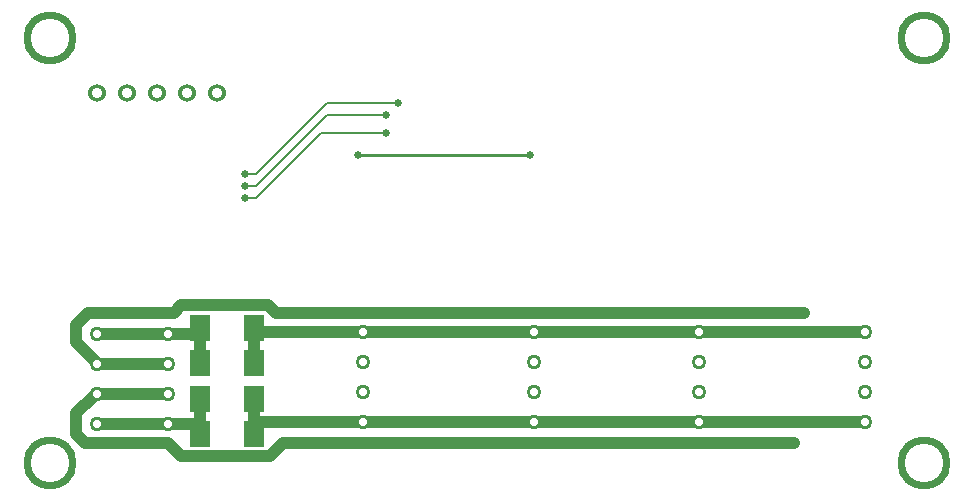
<source format=gbl>
G04 -- Generated By PCBWeb Designer*
%FSLAX24Y24*%
%MOIN*%
%OFA0B0*%
%SFA1.0B1.0*%
%AMROTRECT*21,1,$1,$2,0,0,$3*%
%AMROTOBLONG*1,1,$7,$1,$2*1,1,$7,$3,$4*21,1,$5,$6,0,0,$8*%
%ADD10C,0.025*%
%ADD11R,0.022X0.085*%
%ADD12R,0.032X0.095*%
%ADD13C,0.006*%
%ADD14C,0.0075*%
%ADD15C,0.0235*%
%ADD16C,0.008*%
%ADD17C,0.024*%
%ADD18C,0.05*%
%ADD19C,0.028*%
%ADD20C,0.06*%
%ADD21C,0.035*%
%ADD22C,0.07*%
%ADD23R,0.0433X0.055*%
%ADD24R,0.0533X0.065*%
%ADD25R,0.055X0.0433*%
%ADD26R,0.065X0.0533*%
%ADD27C,0.1772*%
%ADD28C,0.128*%
%ADD29C,0.1872*%
%ADD30C,0.0059*%
%ADD31R,0.0276X0.0236*%
%ADD32R,0.0376X0.0336*%
%ADD33C,0.01*%
%ADD34C,0.0039*%
%ADD35C,0.0199*%
%ADD36R,0.07X0.085*%
%ADD37R,0.08X0.095*%
%ADD38R,0.0276X0.0787*%
%ADD39R,0.0376X0.0887*%
%ADD40R,0.0236X0.0276*%
%ADD41R,0.0336X0.0376*%
%ADD42C,0.0*%
%ADD43C,0.0394*%
%ADD44C,0.0258*%
%ADD45C,0.0098*%
G01*
%LNSTD*%
%LPD*%
G54D18*
X3150Y5906D03*
X3150Y4906D03*
X3150Y3906D03*
X3150Y2906D03*
X12008Y2953D03*
X12008Y3953D03*
X12008Y4953D03*
X12008Y5953D03*
X17717Y2953D03*
X17717Y3953D03*
X17717Y4953D03*
X17717Y5953D03*
X23228Y2953D03*
X23228Y3953D03*
X23228Y4953D03*
X23228Y5953D03*
X28740Y2953D03*
X28740Y3953D03*
X28740Y4953D03*
X28740Y5953D03*
G54D20*
X7154Y13925D03*
X6154Y13925D03*
X5154Y13925D03*
X4154Y13925D03*
X3154Y13925D03*
G54D18*
X5512Y5906D03*
X5512Y4906D03*
X5512Y3906D03*
X5512Y2906D03*
G54D27*
X1575Y1575D03*
X1575Y15748D03*
G54D36*
X6580Y2559D03*
X8380Y2559D03*
X8380Y3740D03*
X6580Y3740D03*
X6580Y6102D03*
X8380Y6102D03*
X8380Y4921D03*
X6580Y4921D03*
G54D27*
X30709Y1575D03*
X30709Y15748D03*
G54D43*
X3150Y2906D02*
X5512Y2906D01*
X6580Y2906D01*
X6580Y2559D01*
X6580Y3740D02*
X6580Y2559D01*
X26378Y2264D02*
X9350Y2264D01*
G54D44*
X26378Y2264D03*
G54D43*
X9350Y2264D02*
X8908Y1821D01*
X5955Y1821D01*
X5512Y2264D01*
X2756Y2264D01*
X2461Y2559D01*
X2461Y3248D01*
X3051Y3839D01*
X3150Y3906D01*
X5512Y3906D01*
X21221Y2264D02*
X21063Y2264D01*
G54D44*
X21221Y2264D03*
G54D43*
X9606Y2264D02*
X9744Y2264D01*
G54D44*
X9606Y2264D03*
G54D43*
X15354Y2264D02*
X15610Y2264D01*
G54D44*
X15610Y2264D03*
G54D43*
X26723Y6595D02*
X9105Y6595D01*
G54D44*
X26723Y6595D03*
G54D43*
X9105Y6595D02*
X8859Y6841D01*
X5955Y6841D01*
X5709Y6595D01*
X2854Y6595D01*
X2461Y6201D01*
X2461Y5610D01*
X3051Y5020D01*
X3150Y4906D01*
X15610Y6595D02*
X15354Y6595D01*
G54D44*
X15610Y6595D03*
G54D43*
X5512Y4906D02*
X3150Y4906D01*
X9606Y6595D02*
X9449Y6595D01*
G54D44*
X9606Y6595D03*
G54D43*
X21221Y6595D02*
X20965Y6595D01*
G54D44*
X21221Y6595D03*
G54D43*
X3150Y5906D02*
X5512Y5906D01*
X6580Y5906D01*
X6580Y6102D01*
X6580Y4921D02*
X6580Y6102D01*
G54D16*
X8071Y10827D02*
X8465Y10827D01*
G54D44*
X8071Y10827D03*
G54D16*
X8465Y10827D02*
X10827Y13189D01*
X12795Y13189D01*
G54D44*
X12795Y13189D03*
G54D16*
X8071Y11220D02*
X8465Y11220D01*
G54D44*
X8071Y11220D03*
G54D16*
X8465Y11220D02*
X10827Y13583D01*
X13189Y13583D01*
G54D44*
X13189Y13583D03*
G54D16*
X12795Y12598D02*
X10630Y12598D01*
G54D44*
X12795Y12598D03*
G54D16*
X10630Y12598D02*
X8465Y10433D01*
X8071Y10433D01*
G54D44*
X8071Y10433D03*
G54D45*
X11861Y11861D02*
X17569Y11861D01*
G54D44*
X11861Y11861D03*
X17569Y11861D03*
G54D43*
X17717Y2953D02*
X23228Y2953D01*
X28740Y2953D01*
X12008Y2953D02*
X17717Y2953D01*
X8380Y2559D02*
X8380Y3740D01*
X12008Y2953D02*
X8380Y2953D01*
X8380Y2559D01*
X23228Y5953D02*
X17717Y5953D01*
X28740Y5953D02*
X23228Y5953D01*
X17717Y5953D02*
X12008Y5953D01*
X8380Y6102D02*
X8380Y4921D01*
X12008Y5953D02*
X8380Y5953D01*
X8380Y6102D01*
%LNERASE*%
%LPC*%
G54D19*
X3150Y5906D03*
X3150Y4906D03*
X3150Y3906D03*
X3150Y2906D03*
X12008Y2953D03*
X12008Y3953D03*
X12008Y4953D03*
X12008Y5953D03*
X17717Y2953D03*
X17717Y3953D03*
X17717Y4953D03*
X17717Y5953D03*
X23228Y2953D03*
X23228Y3953D03*
X23228Y4953D03*
X23228Y5953D03*
X28740Y2953D03*
X28740Y3953D03*
X28740Y4953D03*
X28740Y5953D03*
G54D21*
X7154Y13925D03*
X6154Y13925D03*
X5154Y13925D03*
X4154Y13925D03*
X3154Y13925D03*
G54D19*
X5512Y5906D03*
X5512Y4906D03*
X5512Y3906D03*
X5512Y2906D03*
G54D28*
X1575Y1575D03*
X1575Y15748D03*
X30709Y1575D03*
X30709Y15748D03*
M02*

</source>
